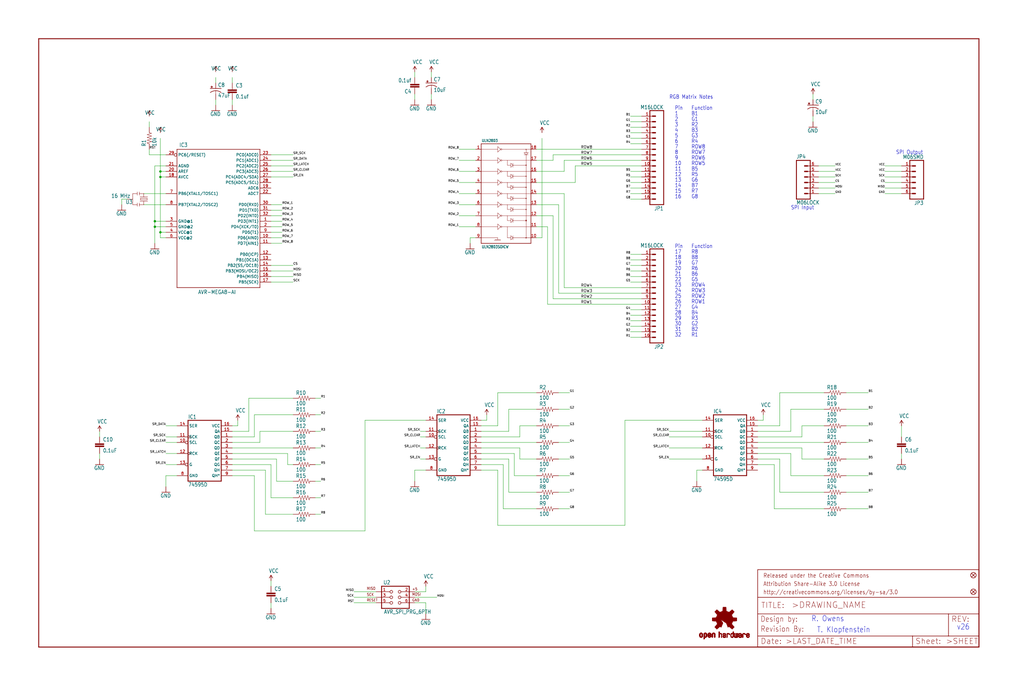
<source format=kicad_sch>
(kicad_sch (version 20211123) (generator eeschema)
  (paper "User" 470.306 317.906)
  (lib_symbols
    (symbol "eagleSchem-eagle-import:74595D"
      (property "Reference" "IC" (at -5.08 13.335 0))
      (property "Value" "74595D" (at -5.08 -17.78 0))
      (symbol "74595D_1_0"
        (pin tri_state line (at 15.24 5.08 180) (length 5.08) (name "QB") (number "1"))
        (pin input inverted (at -10.16 2.54 0) (length 5.08) (name "SCL") (number "10"))
        (pin input clock (at -10.16 5.08 0) (length 5.08) (name "SCK") (number "11"))
        (pin input clock (at -10.16 -2.54 0) (length 5.08) (name "RCK") (number "12"))
        (pin input inverted (at -10.16 -7.62 0) (length 5.08) (name "G") (number "13"))
        (pin input line (at -10.16 10.16 0) (length 5.08) (name "SER") (number "14"))
        (pin tri_state line (at 15.24 7.62 180) (length 5.08) (name "QA") (number "15"))
        (pin power_in line (at 15.24 10.16 180) (length 5.08) (name "VCC") (number "16"))
        (pin tri_state line (at 15.24 2.54 180) (length 5.08) (name "QC") (number "2"))
        (pin tri_state line (at 15.24 0 180) (length 5.08) (name "QD") (number "3"))
        (pin tri_state line (at 15.24 -2.54 180) (length 5.08) (name "QE") (number "4"))
        (pin tri_state line (at 15.24 -5.08 180) (length 5.08) (name "QF") (number "5"))
        (pin tri_state line (at 15.24 -7.62 180) (length 5.08) (name "QG") (number "6"))
        (pin tri_state line (at 15.24 -10.16 180) (length 5.08) (name "QH") (number "7"))
        (pin power_in line (at -10.16 -12.7 0) (length 5.08) (name "GND") (number "8"))
        (pin tri_state line (at 15.24 -12.7 180) (length 5.08) (name "QH*") (number "9"))
      )
    )
    (symbol "eagleSchem-eagle-import:AVR-MEGA8-AI"
      (property "Reference" "IC" (at -17.78 -40.64 0))
      (property "Value" "AVR-MEGA8-AI" (at -5.08 30.48 0))
      (symbol "AVR-MEGA8-AI_1_0"
        (pin bidirectional line (at 25.4 -5.08 180) (length 5.08) (name "PD3(INT1)") (number "1"))
        (pin bidirectional line (at 25.4 -12.7 180) (length 5.08) (name "PD6(AIN0)") (number "10"))
        (pin bidirectional line (at 25.4 -15.24 180) (length 5.08) (name "PD7(AIN1)") (number "11"))
        (pin bidirectional line (at 25.4 -20.32 180) (length 5.08) (name "PB0(ICP)") (number "12"))
        (pin bidirectional line (at 25.4 -22.86 180) (length 5.08) (name "PB1(OC1A)") (number "13"))
        (pin bidirectional line (at 25.4 -25.4 180) (length 5.08) (name "PB2(SS/OC1B)") (number "14"))
        (pin bidirectional line (at 25.4 -27.94 180) (length 5.08) (name "PB3(MOSI/OC2)") (number "15"))
        (pin bidirectional line (at 25.4 -30.48 180) (length 5.08) (name "PB4(MISO)") (number "16"))
        (pin bidirectional line (at 25.4 -33.02 180) (length 5.08) (name "PB5(SCK)") (number "17"))
        (pin bidirectional line (at -22.86 15.24 0) (length 5.08) (name "AVCC") (number "18"))
        (pin bidirectional line (at 25.4 10.16 180) (length 5.08) (name "ADC6") (number "19"))
        (pin bidirectional line (at 25.4 -7.62 180) (length 5.08) (name "PD4(XCK/T0)") (number "2"))
        (pin bidirectional line (at -22.86 17.78 0) (length 5.08) (name "AREF") (number "20"))
        (pin bidirectional line (at -22.86 20.32 0) (length 5.08) (name "AGND") (number "21"))
        (pin bidirectional line (at 25.4 7.62 180) (length 5.08) (name "ADC7") (number "22"))
        (pin bidirectional line (at 25.4 25.4 180) (length 5.08) (name "PC0(ADC0)") (number "23"))
        (pin bidirectional line (at 25.4 22.86 180) (length 5.08) (name "PC1(ADC1)") (number "24"))
        (pin bidirectional line (at 25.4 20.32 180) (length 5.08) (name "PC2(ADC2)") (number "25"))
        (pin bidirectional line (at 25.4 17.78 180) (length 5.08) (name "PC3(ADC3)") (number "26"))
        (pin bidirectional line (at 25.4 15.24 180) (length 5.08) (name "PC4(ADC4/SDA)") (number "27"))
        (pin bidirectional line (at 25.4 12.7 180) (length 5.08) (name "PC5(ADC5/SCL)") (number "28"))
        (pin bidirectional inverted (at -22.86 25.4 0) (length 5.08) (name "PC6(/RESET)") (number "29"))
        (pin bidirectional line (at -22.86 -5.08 0) (length 5.08) (name "GND@1") (number "3"))
        (pin bidirectional line (at 25.4 2.54 180) (length 5.08) (name "PD0(RXD)") (number "30"))
        (pin bidirectional line (at 25.4 0 180) (length 5.08) (name "PD1(TXD)") (number "31"))
        (pin bidirectional line (at 25.4 -2.54 180) (length 5.08) (name "PD2(INT0)") (number "32"))
        (pin bidirectional line (at -22.86 -10.16 0) (length 5.08) (name "VCC@1") (number "4"))
        (pin bidirectional line (at -22.86 -7.62 0) (length 5.08) (name "GND@2") (number "5"))
        (pin bidirectional line (at -22.86 -12.7 0) (length 5.08) (name "VCC@2") (number "6"))
        (pin bidirectional line (at -22.86 7.62 0) (length 5.08) (name "PB6(XTAL1/TOSC1)") (number "7"))
        (pin bidirectional line (at -22.86 2.54 0) (length 5.08) (name "PB7(XTAL2/TOSC2)") (number "8"))
        (pin bidirectional line (at 25.4 -10.16 180) (length 5.08) (name "PD5(T1)") (number "9"))
      )
    )
    (symbol "eagleSchem-eagle-import:AVR_SPI_PRG_6PTH"
      (property "Value" "AVR_SPI_PRG_6PTH" (at -4.064 -7.62 0))
      (symbol "AVR_SPI_PRG_6PTH_1_0"
        (text "+5" (at 8.89 3.048 0) (effects (font (size 1.27 1.0795)) (justify left bottom)))
        (text "GND" (at 8.89 -2.032 0) (effects (font (size 1.27 1.0795)) (justify left bottom)))
        (text "MISO" (at -11.938 3.302 0) (effects (font (size 1.27 1.0795)) (justify left bottom)))
        (text "MOSI" (at 8.89 0.635 0) (effects (font (size 1.27 1.0795)) (justify left bottom)))
        (text "RESET" (at -11.938 -2.032 0) (effects (font (size 1.27 1.0795)) (justify left bottom)))
        (text "SCK" (at -11.938 0.508 0) (effects (font (size 1.27 1.0795)) (justify left bottom)))
        (pin passive inverted (at -7.62 2.54 0) (length 7.62) (name "1") (number "1"))
        (pin passive inverted (at 10.16 2.54 180) (length 7.62) (name "2") (number "2"))
        (pin passive inverted (at -7.62 0 0) (length 7.62) (name "3") (number "3"))
        (pin passive inverted (at 10.16 0 180) (length 7.62) (name "4") (number "4"))
        (pin passive inverted (at -7.62 -2.54 0) (length 7.62) (name "5") (number "5"))
        (pin passive inverted (at 10.16 -2.54 180) (length 7.62) (name "6") (number "6"))
      )
    )
    (symbol "eagleSchem-eagle-import:CAP0603-CAP"
      (property "Reference" "C" (at 1.524 2.921 0))
      (property "Value" "CAP0603-CAP" (at 1.524 -2.159 0))
      (symbol "CAP0603-CAP_1_0"
        (pin passive line (at 0 5.08 270) (length 2.54) (name "1") (number "1"))
        (pin passive line (at 0 -2.54 90) (length 2.54) (name "2") (number "2"))
      )
    )
    (symbol "eagleSchem-eagle-import:CAP_POL1206"
      (property "Reference" "C" (at 1.016 0.635 0))
      (property "Value" "CAP_POL1206" (at 1.016 -4.191 0))
      (symbol "CAP_POL1206_1_0"
        (pin passive line (at 0 2.54 270) (length 2.54) (name "+") (number "A"))
        (pin passive line (at 0 -5.08 90) (length 2.54) (name "-") (number "C"))
      )
    )
    (symbol "eagleSchem-eagle-import:CAP_POL3528"
      (property "Reference" "C" (at 1.016 0.635 0))
      (property "Value" "CAP_POL3528" (at 1.016 -4.191 0))
      (symbol "CAP_POL3528_1_0"
        (pin passive line (at 0 2.54 270) (length 2.54) (name "+") (number "A"))
        (pin passive line (at 0 -5.08 90) (length 2.54) (name "-") (number "C"))
      )
    )
    (symbol "eagleSchem-eagle-import:FIDUCIAL1X2")
    (symbol "eagleSchem-eagle-import:FRAME-LEDGER"
      (symbol "FRAME-LEDGER_2_0"
        (text ">DRAWING_NAME" (at 15.494 17.78 0) (effects (font (size 2.7432 2.7432)) (justify left bottom)))
        (text ">LAST_DATE_TIME" (at 12.7 1.27 0) (effects (font (size 2.54 2.54)) (justify left bottom)))
        (text ">SHEET" (at 86.36 1.27 0) (effects (font (size 2.54 2.54)) (justify left bottom)))
        (text "Attribution Share-Alike 3.0 License" (at 2.54 27.94 0) (effects (font (size 1.9304 1.6408)) (justify left bottom)))
        (text "Date:" (at 1.27 1.27 0) (effects (font (size 2.54 2.54)) (justify left bottom)))
        (text "Design by:" (at 1.27 11.43 0) (effects (font (size 2.54 2.159)) (justify left bottom)))
        (text "http://creativecommons.org/licenses/by-sa/3.0" (at 2.54 24.13 0) (effects (font (size 1.9304 1.6408)) (justify left bottom)))
        (text "Released under the Creative Commons" (at 2.54 31.75 0) (effects (font (size 1.9304 1.6408)) (justify left bottom)))
        (text "REV:" (at 88.9 11.43 0) (effects (font (size 2.54 2.54)) (justify left bottom)))
        (text "Sheet:" (at 72.39 1.27 0) (effects (font (size 2.54 2.54)) (justify left bottom)))
        (text "TITLE:" (at 1.524 17.78 0) (effects (font (size 2.54 2.54)) (justify left bottom)))
      )
    )
    (symbol "eagleSchem-eagle-import:GND" (power)
      (property "Value" "GND" (at -2.54 -2.54 0))
      (symbol "GND_1_0"
        (pin power_in line (at 0 2.54 270) (length 2.54) (name "GND") (number "1"))
      )
    )
    (symbol "eagleSchem-eagle-import:M06LOCK"
      (property "Reference" "JP" (at -5.08 10.922 0))
      (property "Value" "M06LOCK" (at -5.08 -10.16 0))
      (symbol "M06LOCK_1_0"
        (pin passive line (at 5.08 -5.08 180) (length 5.08) (name "1") (number "1"))
        (pin passive line (at 5.08 -2.54 180) (length 5.08) (name "2") (number "2"))
        (pin passive line (at 5.08 0 180) (length 5.08) (name "3") (number "3"))
        (pin passive line (at 5.08 2.54 180) (length 5.08) (name "4") (number "4"))
        (pin passive line (at 5.08 5.08 180) (length 5.08) (name "5") (number "5"))
        (pin passive line (at 5.08 7.62 180) (length 5.08) (name "6") (number "6"))
      )
    )
    (symbol "eagleSchem-eagle-import:M06SMD"
      (property "Reference" "JP" (at -5.08 10.922 0))
      (property "Value" "M06SMD" (at -5.08 -10.16 0))
      (symbol "M06SMD_1_0"
        (pin passive line (at 5.08 -5.08 180) (length 5.08) (name "1") (number "1"))
        (pin passive line (at 5.08 -2.54 180) (length 5.08) (name "2") (number "2"))
        (pin passive line (at 5.08 0 180) (length 5.08) (name "3") (number "3"))
        (pin passive line (at 5.08 2.54 180) (length 5.08) (name "4") (number "4"))
        (pin passive line (at 5.08 5.08 180) (length 5.08) (name "5") (number "5"))
        (pin passive line (at 5.08 7.62 180) (length 5.08) (name "6") (number "6"))
      )
    )
    (symbol "eagleSchem-eagle-import:M16LOCK"
      (property "Reference" "JP" (at 0 21.082 0))
      (property "Value" "M16LOCK" (at 0 -25.4 0))
      (symbol "M16LOCK_1_0"
        (pin passive line (at 10.16 -20.32 180) (length 5.08) (name "1") (number "1"))
        (pin passive line (at 10.16 2.54 180) (length 5.08) (name "10") (number "10"))
        (pin passive line (at 10.16 5.08 180) (length 5.08) (name "11") (number "11"))
        (pin passive line (at 10.16 7.62 180) (length 5.08) (name "12") (number "12"))
        (pin passive line (at 10.16 10.16 180) (length 5.08) (name "13") (number "13"))
        (pin passive line (at 10.16 12.7 180) (length 5.08) (name "14") (number "14"))
        (pin passive line (at 10.16 15.24 180) (length 5.08) (name "15") (number "15"))
        (pin passive line (at 10.16 17.78 180) (length 5.08) (name "16") (number "16"))
        (pin passive line (at 10.16 -17.78 180) (length 5.08) (name "2") (number "2"))
        (pin passive line (at 10.16 -15.24 180) (length 5.08) (name "3") (number "3"))
        (pin passive line (at 10.16 -12.7 180) (length 5.08) (name "4") (number "4"))
        (pin passive line (at 10.16 -10.16 180) (length 5.08) (name "5") (number "5"))
        (pin passive line (at 10.16 -7.62 180) (length 5.08) (name "6") (number "6"))
        (pin passive line (at 10.16 -5.08 180) (length 5.08) (name "7") (number "7"))
        (pin passive line (at 10.16 -2.54 180) (length 5.08) (name "8") (number "8"))
        (pin passive line (at 10.16 0 180) (length 5.08) (name "9") (number "9"))
      )
    )
    (symbol "eagleSchem-eagle-import:OSHW-LOGOL")
    (symbol "eagleSchem-eagle-import:RESISTOR0603-RES"
      (property "Reference" "R" (at -3.81 1.4986 0))
      (property "Value" "RESISTOR0603-RES" (at -3.81 -3.302 0))
      (symbol "RESISTOR0603-RES_1_0"
        (pin passive line (at -5.08 0 0) (length 2.54) (name "1") (number "1"))
        (pin passive line (at 5.08 0 180) (length 2.54) (name "2") (number "2"))
      )
    )
    (symbol "eagleSchem-eagle-import:RESONATORSMD"
      (property "Value" "RESONATORSMD" (at 2.54 -7.62 0))
      (symbol "RESONATORSMD_1_0"
        (pin passive line (at -2.54 0 0) (length 0) (name "1") (number "1"))
        (pin passive line (at 0 -7.62 90) (length 0) (name "2") (number "2"))
        (pin passive line (at 2.54 0 180) (length 0) (name "3") (number "3"))
      )
    )
    (symbol "eagleSchem-eagle-import:REVISION"
      (symbol "REVISION_1_0"
        (text "Revision By: " (at 0 0 0) (effects (font (size 2.54 2.159)) (justify left bottom)))
      )
    )
    (symbol "eagleSchem-eagle-import:ULN2803SOICW"
      (property "Reference" "ULN2803" (at -9.906 21.082 0))
      (property "Value" "ULN2803SOICW" (at -9.906 -27.686 0))
      (symbol "ULN2803SOICW_1_0"
        (pin bidirectional line (at -12.7 17.78 0) (length 2.54) (name "1") (number "1"))
        (pin bidirectional line (at 15.24 -22.86 180) (length 2.54) (name "10") (number "10"))
        (pin bidirectional line (at 15.24 -17.78 180) (length 2.54) (name "11") (number "11"))
        (pin bidirectional line (at 15.24 -12.7 180) (length 2.54) (name "12") (number "12"))
        (pin bidirectional line (at 15.24 -7.62 180) (length 2.54) (name "13") (number "13"))
        (pin bidirectional line (at 15.24 -2.54 180) (length 2.54) (name "14") (number "14"))
        (pin bidirectional line (at 15.24 2.54 180) (length 2.54) (name "15") (number "15"))
        (pin bidirectional line (at 15.24 7.62 180) (length 2.54) (name "16") (number "16"))
        (pin bidirectional line (at 15.24 12.7 180) (length 2.54) (name "17") (number "17"))
        (pin bidirectional line (at 15.24 17.78 180) (length 2.54) (name "18") (number "18"))
        (pin bidirectional line (at -12.7 12.7 0) (length 2.54) (name "2") (number "2"))
        (pin bidirectional line (at -12.7 7.62 0) (length 2.54) (name "3") (number "3"))
        (pin bidirectional line (at -12.7 2.54 0) (length 2.54) (name "4") (number "4"))
        (pin bidirectional line (at -12.7 -2.54 0) (length 2.54) (name "5") (number "5"))
        (pin bidirectional line (at -12.7 -7.62 0) (length 2.54) (name "6") (number "6"))
        (pin bidirectional line (at -12.7 -12.7 0) (length 2.54) (name "7") (number "7"))
        (pin bidirectional line (at -12.7 -17.78 0) (length 2.54) (name "8") (number "8"))
        (pin bidirectional line (at -12.7 -22.86 0) (length 2.54) (name "9") (number "9"))
      )
    )
    (symbol "eagleSchem-eagle-import:VCC" (power)
      (property "Value" "VCC" (at -1.016 3.556 0))
      (symbol "VCC_1_0"
        (pin power_in line (at 0 0 90) (length 2.54) (name "VCC") (number "1"))
      )
    )
  )
  (junction (at 73.66 81.28))
  (junction (at 73.66 106.68))
  (junction (at 71.12 104.14))
  (junction (at 73.66 78.74))
  (junction (at 71.12 101.6))
  (wire (pts (xy 198.12 45.72) (xy 198.12 43.18)))
  (wire (pts (xy 220.98 215.9) (xy 228.6 215.9)))
  (wire (pts (xy 195.58 205.74) (xy 193.04 205.74)))
  (wire (pts (xy 121.92 215.9) (xy 121.92 236.22)))
  (wire (pts (xy 76.2 76.2) (xy 71.12 76.2)))
  (wire (pts (xy 378.46 203.2) (xy 347.98 203.2)))
  (wire (pts (xy 378.46 233.68) (xy 355.6 233.68)))
  (wire (pts (xy 73.66 109.22) (xy 73.66 106.68)))
  (wire (pts (xy 76.2 78.74) (xy 73.66 78.74)))
  (wire (pts (xy 294.64 81.28) (xy 289.56 81.28)))
  (wire (pts (xy 172.72 276.86) (xy 162.56 276.86)))
  (wire (pts (xy 238.76 210.82) (xy 246.38 210.82)))
  (wire (pts (xy 218.44 83.82) (xy 210.82 83.82)))
  (wire (pts (xy 124.46 73.66) (xy 134.62 73.66)))
  (wire (pts (xy 71.12 76.2) (xy 71.12 101.6)))
  (wire (pts (xy 116.84 243.84) (xy 167.64 243.84)))
  (wire (pts (xy 124.46 93.98) (xy 129.54 93.98)))
  (wire (pts (xy 358.14 210.82) (xy 347.98 210.82)))
  (wire (pts (xy 294.64 91.44) (xy 289.56 91.44)))
  (wire (pts (xy 228.6 215.9) (xy 228.6 241.3)))
  (wire (pts (xy 220.98 208.28) (xy 236.22 208.28)))
  (wire (pts (xy 294.64 119.38) (xy 289.56 119.38)))
  (wire (pts (xy 246.38 73.66) (xy 254 73.66)))
  (wire (pts (xy 378.46 218.44) (xy 363.22 218.44)))
  (wire (pts (xy 358.14 195.58) (xy 347.98 195.58)))
  (wire (pts (xy 256.54 93.98) (xy 256.54 134.62)))
  (wire (pts (xy 76.2 218.44) (xy 81.28 218.44)))
  (wire (pts (xy 322.58 205.74) (xy 307.34 205.74)))
  (wire (pts (xy 195.58 200.66) (xy 193.04 200.66)))
  (wire (pts (xy 256.54 180.34) (xy 261.62 180.34)))
  (wire (pts (xy 294.64 68.58) (xy 246.38 68.58)))
  (wire (pts (xy 259.08 132.08) (xy 294.64 132.08)))
  (wire (pts (xy 320.04 220.98) (xy 320.04 215.9)))
  (wire (pts (xy 124.46 111.76) (xy 129.54 111.76)))
  (wire (pts (xy 81.28 200.66) (xy 76.2 200.66)))
  (wire (pts (xy 256.54 195.58) (xy 261.62 195.58)))
  (wire (pts (xy 109.22 195.58) (xy 106.68 195.58)))
  (wire (pts (xy 76.2 88.9) (xy 66.04 88.9)))
  (wire (pts (xy 190.5 220.98) (xy 190.5 215.9)))
  (wire (pts (xy 287.02 193.04) (xy 322.58 193.04)))
  (wire (pts (xy 375.92 83.82) (xy 383.54 83.82)))
  (wire (pts (xy 99.06 35.56) (xy 99.06 38.1)))
  (wire (pts (xy 190.5 45.72) (xy 190.5 43.18)))
  (wire (pts (xy 106.68 203.2) (xy 119.38 203.2)))
  (wire (pts (xy 144.78 182.88) (xy 147.32 182.88)))
  (wire (pts (xy 119.38 198.12) (xy 134.62 198.12)))
  (wire (pts (xy 238.76 205.74) (xy 238.76 210.82)))
  (wire (pts (xy 414.02 88.9) (xy 406.4 88.9)))
  (wire (pts (xy 76.2 81.28) (xy 73.66 81.28)))
  (wire (pts (xy 124.46 266.7) (xy 124.46 269.24)))
  (wire (pts (xy 375.92 81.28) (xy 383.54 81.28)))
  (wire (pts (xy 124.46 71.12) (xy 134.62 71.12)))
  (wire (pts (xy 254 137.16) (xy 294.64 137.16)))
  (wire (pts (xy 259.08 73.66) (xy 259.08 78.74)))
  (wire (pts (xy 388.62 226.06) (xy 398.78 226.06)))
  (wire (pts (xy 264.16 83.82) (xy 264.16 76.2)))
  (wire (pts (xy 106.68 208.28) (xy 132.08 208.28)))
  (wire (pts (xy 256.54 187.96) (xy 261.62 187.96)))
  (wire (pts (xy 218.44 73.66) (xy 210.82 73.66)))
  (wire (pts (xy 414.02 78.74) (xy 406.4 78.74)))
  (wire (pts (xy 218.44 78.74) (xy 210.82 78.74)))
  (wire (pts (xy 246.38 88.9) (xy 259.08 88.9)))
  (wire (pts (xy 414.02 195.58) (xy 414.02 200.66)))
  (wire (pts (xy 76.2 101.6) (xy 71.12 101.6)))
  (wire (pts (xy 220.98 210.82) (xy 233.68 210.82)))
  (wire (pts (xy 322.58 210.82) (xy 307.34 210.82)))
  (wire (pts (xy 124.46 213.36) (xy 124.46 228.6)))
  (wire (pts (xy 114.3 182.88) (xy 134.62 182.88)))
  (wire (pts (xy 223.52 190.5) (xy 223.52 193.04)))
  (wire (pts (xy 355.6 233.68) (xy 355.6 213.36)))
  (wire (pts (xy 116.84 190.5) (xy 134.62 190.5)))
  (wire (pts (xy 144.78 220.98) (xy 147.32 220.98)))
  (wire (pts (xy 320.04 215.9) (xy 322.58 215.9)))
  (wire (pts (xy 233.68 187.96) (xy 246.38 187.96)))
  (wire (pts (xy 71.12 104.14) (xy 71.12 111.76)))
  (wire (pts (xy 375.92 86.36) (xy 383.54 86.36)))
  (wire (pts (xy 144.78 205.74) (xy 147.32 205.74)))
  (wire (pts (xy 81.28 213.36) (xy 76.2 213.36)))
  (wire (pts (xy 368.3 195.58) (xy 368.3 200.66)))
  (wire (pts (xy 388.62 180.34) (xy 398.78 180.34)))
  (wire (pts (xy 190.5 276.86) (xy 195.58 276.86)))
  (wire (pts (xy 294.64 60.96) (xy 289.56 60.96)))
  (wire (pts (xy 388.62 187.96) (xy 398.78 187.96)))
  (wire (pts (xy 294.64 73.66) (xy 259.08 73.66)))
  (wire (pts (xy 162.56 271.78) (xy 172.72 271.78)))
  (wire (pts (xy 172.72 274.32) (xy 162.56 274.32)))
  (wire (pts (xy 124.46 228.6) (xy 134.62 228.6)))
  (wire (pts (xy 220.98 205.74) (xy 238.76 205.74)))
  (wire (pts (xy 106.68 213.36) (xy 124.46 213.36)))
  (wire (pts (xy 124.46 279.4) (xy 124.46 276.86)))
  (wire (pts (xy 167.64 193.04) (xy 195.58 193.04)))
  (wire (pts (xy 220.98 195.58) (xy 228.6 195.58)))
  (wire (pts (xy 294.64 66.04) (xy 289.56 66.04)))
  (wire (pts (xy 231.14 213.36) (xy 231.14 233.68)))
  (wire (pts (xy 124.46 76.2) (xy 134.62 76.2)))
  (wire (pts (xy 248.92 109.22) (xy 248.92 63.5)))
  (wire (pts (xy 99.06 45.72) (xy 99.06 48.26)))
  (wire (pts (xy 363.22 208.28) (xy 347.98 208.28)))
  (wire (pts (xy 218.44 88.9) (xy 210.82 88.9)))
  (wire (pts (xy 76.2 93.98) (xy 66.04 93.98)))
  (wire (pts (xy 294.64 76.2) (xy 264.16 76.2)))
  (wire (pts (xy 81.28 208.28) (xy 76.2 208.28)))
  (wire (pts (xy 254 99.06) (xy 254 137.16)))
  (wire (pts (xy 363.22 198.12) (xy 347.98 198.12)))
  (wire (pts (xy 373.38 45.72) (xy 373.38 43.18)))
  (wire (pts (xy 223.52 193.04) (xy 220.98 193.04)))
  (wire (pts (xy 124.46 104.14) (xy 129.54 104.14)))
  (wire (pts (xy 294.64 86.36) (xy 289.56 86.36)))
  (wire (pts (xy 363.22 187.96) (xy 363.22 198.12)))
  (wire (pts (xy 106.68 45.72) (xy 106.68 48.26)))
  (wire (pts (xy 200.66 274.32) (xy 190.5 274.32)))
  (wire (pts (xy 414.02 81.28) (xy 406.4 81.28)))
  (wire (pts (xy 124.46 129.54) (xy 134.62 129.54)))
  (wire (pts (xy 251.46 104.14) (xy 251.46 139.7)))
  (wire (pts (xy 294.64 124.46) (xy 289.56 124.46)))
  (wire (pts (xy 116.84 218.44) (xy 116.84 243.84)))
  (wire (pts (xy 294.64 144.78) (xy 289.56 144.78)))
  (wire (pts (xy 236.22 218.44) (xy 246.38 218.44)))
  (wire (pts (xy 218.44 68.58) (xy 210.82 68.58)))
  (wire (pts (xy 414.02 76.2) (xy 406.4 76.2)))
  (wire (pts (xy 388.62 233.68) (xy 398.78 233.68)))
  (wire (pts (xy 71.12 101.6) (xy 71.12 104.14)))
  (wire (pts (xy 256.54 218.44) (xy 261.62 218.44)))
  (wire (pts (xy 106.68 198.12) (xy 114.3 198.12)))
  (wire (pts (xy 195.58 271.78) (xy 190.5 271.78)))
  (wire (pts (xy 373.38 53.34) (xy 373.38 55.88)))
  (wire (pts (xy 378.46 210.82) (xy 368.3 210.82)))
  (wire (pts (xy 294.64 78.74) (xy 289.56 78.74)))
  (wire (pts (xy 294.64 149.86) (xy 289.56 149.86)))
  (wire (pts (xy 233.68 210.82) (xy 233.68 226.06)))
  (wire (pts (xy 76.2 109.22) (xy 73.66 109.22)))
  (wire (pts (xy 294.64 58.42) (xy 289.56 58.42)))
  (wire (pts (xy 119.38 203.2) (xy 119.38 198.12)))
  (wire (pts (xy 73.66 106.68) (xy 73.66 81.28)))
  (wire (pts (xy 68.58 71.12) (xy 76.2 71.12)))
  (wire (pts (xy 106.68 205.74) (xy 134.62 205.74)))
  (wire (pts (xy 124.46 96.52) (xy 129.54 96.52)))
  (wire (pts (xy 378.46 226.06) (xy 358.14 226.06)))
  (wire (pts (xy 144.78 213.36) (xy 147.32 213.36)))
  (wire (pts (xy 144.78 190.5) (xy 147.32 190.5)))
  (wire (pts (xy 116.84 200.66) (xy 116.84 190.5)))
  (wire (pts (xy 246.38 99.06) (xy 254 99.06)))
  (wire (pts (xy 256.54 226.06) (xy 261.62 226.06)))
  (wire (pts (xy 388.62 203.2) (xy 398.78 203.2)))
  (wire (pts (xy 322.58 200.66) (xy 307.34 200.66)))
  (wire (pts (xy 76.2 104.14) (xy 71.12 104.14)))
  (wire (pts (xy 358.14 180.34) (xy 358.14 195.58)))
  (wire (pts (xy 124.46 121.92) (xy 134.62 121.92)))
  (wire (pts (xy 375.92 78.74) (xy 383.54 78.74)))
  (wire (pts (xy 144.78 236.22) (xy 147.32 236.22)))
  (wire (pts (xy 167.64 243.84) (xy 167.64 193.04)))
  (wire (pts (xy 132.08 213.36) (xy 134.62 213.36)))
  (wire (pts (xy 195.58 276.86) (xy 195.58 281.94)))
  (wire (pts (xy 195.58 210.82) (xy 193.04 210.82)))
  (wire (pts (xy 236.22 208.28) (xy 236.22 218.44)))
  (wire (pts (xy 355.6 213.36) (xy 347.98 213.36)))
  (wire (pts (xy 294.64 88.9) (xy 289.56 88.9)))
  (wire (pts (xy 238.76 200.66) (xy 238.76 195.58)))
  (wire (pts (xy 45.72 210.82) (xy 45.72 208.28)))
  (wire (pts (xy 238.76 195.58) (xy 246.38 195.58)))
  (wire (pts (xy 294.64 152.4) (xy 289.56 152.4)))
  (wire (pts (xy 259.08 88.9) (xy 259.08 132.08)))
  (wire (pts (xy 109.22 193.04) (xy 109.22 195.58)))
  (wire (pts (xy 68.58 55.88) (xy 68.58 58.42)))
  (wire (pts (xy 45.72 198.12) (xy 45.72 200.66)))
  (wire (pts (xy 254 71.12) (xy 294.64 71.12)))
  (wire (pts (xy 68.58 68.58) (xy 68.58 71.12)))
  (wire (pts (xy 388.62 195.58) (xy 398.78 195.58)))
  (wire (pts (xy 358.14 226.06) (xy 358.14 210.82)))
  (wire (pts (xy 375.92 76.2) (xy 383.54 76.2)))
  (wire (pts (xy 350.52 190.5) (xy 350.52 193.04)))
  (wire (pts (xy 368.3 200.66) (xy 347.98 200.66)))
  (wire (pts (xy 246.38 109.22) (xy 248.92 109.22)))
  (wire (pts (xy 228.6 195.58) (xy 228.6 180.34)))
  (wire (pts (xy 388.62 218.44) (xy 398.78 218.44)))
  (wire (pts (xy 218.44 99.06) (xy 210.82 99.06)))
  (wire (pts (xy 195.58 271.78) (xy 195.58 269.24)))
  (wire (pts (xy 132.08 208.28) (xy 132.08 213.36)))
  (wire (pts (xy 215.9 109.22) (xy 215.9 111.76)))
  (wire (pts (xy 256.54 203.2) (xy 261.62 203.2)))
  (wire (pts (xy 231.14 233.68) (xy 246.38 233.68)))
  (wire (pts (xy 106.68 215.9) (xy 121.92 215.9)))
  (wire (pts (xy 375.92 88.9) (xy 383.54 88.9)))
  (wire (pts (xy 106.68 218.44) (xy 116.84 218.44)))
  (wire (pts (xy 220.98 203.2) (xy 246.38 203.2)))
  (wire (pts (xy 363.22 218.44) (xy 363.22 208.28)))
  (wire (pts (xy 414.02 210.82) (xy 414.02 208.28)))
  (wire (pts (xy 294.64 116.84) (xy 289.56 116.84)))
  (wire (pts (xy 195.58 198.12) (xy 193.04 198.12)))
  (wire (pts (xy 190.5 215.9) (xy 195.58 215.9)))
  (wire (pts (xy 124.46 81.28) (xy 134.62 81.28)))
  (wire (pts (xy 378.46 195.58) (xy 368.3 195.58)))
  (wire (pts (xy 294.64 127) (xy 289.56 127)))
  (wire (pts (xy 220.98 198.12) (xy 233.68 198.12)))
  (wire (pts (xy 294.64 129.54) (xy 289.56 129.54)))
  (wire (pts (xy 106.68 210.82) (xy 127 210.82)))
  (wire (pts (xy 414.02 83.82) (xy 406.4 83.82)))
  (wire (pts (xy 368.3 210.82) (xy 368.3 205.74)))
  (wire (pts (xy 294.64 53.34) (xy 289.56 53.34)))
  (wire (pts (xy 259.08 78.74) (xy 246.38 78.74)))
  (wire (pts (xy 81.28 203.2) (xy 76.2 203.2)))
  (wire (pts (xy 322.58 198.12) (xy 307.34 198.12)))
  (wire (pts (xy 228.6 180.34) (xy 246.38 180.34)))
  (wire (pts (xy 218.44 93.98) (xy 210.82 93.98)))
  (wire (pts (xy 251.46 139.7) (xy 294.64 139.7)))
  (wire (pts (xy 256.54 134.62) (xy 294.64 134.62)))
  (wire (pts (xy 294.64 83.82) (xy 289.56 83.82)))
  (wire (pts (xy 350.52 193.04) (xy 347.98 193.04)))
  (wire (pts (xy 124.46 127) (xy 134.62 127)))
  (wire (pts (xy 246.38 93.98) (xy 256.54 93.98)))
  (wire (pts (xy 378.46 180.34) (xy 358.14 180.34)))
  (wire (pts (xy 76.2 106.68) (xy 73.66 106.68)))
  (wire (pts (xy 256.54 233.68) (xy 261.62 233.68)))
  (wire (pts (xy 246.38 104.14) (xy 251.46 104.14)))
  (wire (pts (xy 127 210.82) (xy 127 220.98)))
  (wire (pts (xy 144.78 198.12) (xy 147.32 198.12)))
  (wire (pts (xy 294.64 147.32) (xy 289.56 147.32)))
  (wire (pts (xy 294.64 63.5) (xy 289.56 63.5)))
  (wire (pts (xy 124.46 101.6) (xy 129.54 101.6)))
  (wire (pts (xy 106.68 35.56) (xy 106.68 38.1)))
  (wire (pts (xy 73.66 78.74) (xy 73.66 63.5)))
  (wire (pts (xy 294.64 121.92) (xy 289.56 121.92)))
  (wire (pts (xy 368.3 205.74) (xy 347.98 205.74)))
  (wire (pts (xy 233.68 198.12) (xy 233.68 187.96)))
  (wire (pts (xy 294.64 142.24) (xy 289.56 142.24)))
  (wire (pts (xy 378.46 187.96) (xy 363.22 187.96)))
  (wire (pts (xy 218.44 109.22) (xy 215.9 109.22)))
  (wire (pts (xy 287.02 241.3) (xy 287.02 193.04)))
  (wire (pts (xy 124.46 106.68) (xy 129.54 106.68)))
  (wire (pts (xy 254 73.66) (xy 254 71.12)))
  (wire (pts (xy 124.46 109.22) (xy 129.54 109.22)))
  (wire (pts (xy 144.78 228.6) (xy 147.32 228.6)))
  (wire (pts (xy 81.28 195.58) (xy 76.2 195.58)))
  (wire (pts (xy 233.68 226.06) (xy 246.38 226.06)))
  (wire (pts (xy 246.38 83.82) (xy 264.16 83.82)))
  (wire (pts (xy 294.64 154.94) (xy 289.56 154.94)))
  (wire (pts (xy 124.46 124.46) (xy 134.62 124.46)))
  (wire (pts (xy 124.46 78.74) (xy 134.62 78.74)))
  (wire (pts (xy 228.6 241.3) (xy 287.02 241.3)))
  (wire (pts (xy 220.98 200.66) (xy 238.76 200.66)))
  (wire (pts (xy 190.5 33.02) (xy 190.5 35.56)))
  (wire (pts (xy 220.98 213.36) (xy 231.14 213.36)))
  (wire (pts (xy 388.62 210.82) (xy 398.78 210.82)))
  (wire (pts (xy 256.54 210.82) (xy 261.62 210.82)))
  (wire (pts (xy 218.44 104.14) (xy 210.82 104.14)))
  (wire (pts (xy 414.02 86.36) (xy 406.4 86.36)))
  (wire (pts (xy 114.3 198.12) (xy 114.3 182.88)))
  (wire (pts (xy 58.42 91.44) (xy 55.88 91.44)))
  (wire (pts (xy 55.88 91.44) (xy 55.88 93.98)))
  (wire (pts (xy 121.92 236.22) (xy 134.62 236.22)))
  (wire (pts (xy 76.2 223.52) (xy 76.2 218.44)))
  (wire (pts (xy 73.66 81.28) (xy 73.66 78.74)))
  (wire (pts (xy 198.12 33.02) (xy 198.12 35.56)))
  (wire (pts (xy 124.46 99.06) (xy 129.54 99.06)))
  (wire (pts (xy 127 220.98) (xy 134.62 220.98)))
  (wire (pts (xy 106.68 200.66) (xy 116.84 200.66)))
  (wire (pts (xy 294.64 55.88) (xy 289.56 55.88)))
  (text "R2" (at 317.5 58.42 180) (effects (font (size 1.778 1.5113)) (justify left bottom)))
  (text "9" (at 309.88 73.66 180) (effects (font (size 1.778 1.5113)) (justify left bottom)))
  (text "G2" (at 317.5 149.86 180) (effects (font (size 1.778 1.5113)) (justify left bottom)))
  (text "25" (at 309.88 137.16 180) (effects (font (size 1.778 1.5113)) (justify left bottom)))
  (text "28" (at 309.88 144.78 180) (effects (font (size 1.778 1.5113)) (justify left bottom)))
  (text "31" (at 309.88 152.4 180) (effects (font (size 1.778 1.5113)) (justify left bottom)))
  (text "R3" (at 317.5 147.32 180) (effects (font (size 1.778 1.5113)) (justify left bottom)))
  (text "R4" (at 317.5 66.04 180) (effects (font (size 1.778 1.5113)) (justify left bottom)))
  (text "32" (at 309.88 154.94 180) (effects (font (size 1.778 1.5113)) (justify left bottom)))
  (text "T. Klopfenstein" (at 375.158 290.83 180) (effects (font (size 2.54 2.159)) (justify left bottom)))
  (text "B6" (at 317.5 127 180) (effects (font (size 1.778 1.5113)) (justify left bottom)))
  (text "ROW5" (at 317.5 76.2 180) (effects (font (size 1.778 1.5113)) (justify left bottom)))
  (text "1" (at 309.88 53.34 180) (effects (font (size 1.778 1.5113)) (justify left bottom)))
  (text "20" (at 309.88 124.46 180) (effects (font (size 1.778 1.5113)) (justify left bottom)))
  (text "15" (at 309.88 88.9 180) (effects (font (size 1.778 1.5113)) (justify left bottom)))
  (text "7" (at 309.88 68.58 180) (effects (font (size 1.778 1.5113)) (justify left bottom)))
  (text "6" (at 309.88 66.04 180) (effects (font (size 1.778 1.5113)) (justify left bottom)))
  (text "v26" (at 439.42 289.56 180) (effects (font (size 2.54 2.159)) (justify left bottom)))
  (text "ROW8" (at 317.5 68.58 180) (effects (font (size 1.778 1.5113)) (justify left bottom)))
  (text "19" (at 309.88 121.92 180) (effects (font (size 1.778 1.5113)) (justify left bottom)))
  (text "Function" (at 317.5 114.3 180) (effects (font (size 1.778 1.5113)) (justify left bottom)))
  (text "17" (at 309.88 116.84 180) (effects (font (size 1.778 1.5113)) (justify left bottom)))
  (text "SPI Output" (at 411.48 71.12 180) (effects (font (size 1.778 1.5113)) (justify left bottom)))
  (text "B3" (at 317.5 60.96 180) (effects (font (size 1.778 1.5113)) (justify left bottom)))
  (text "B7" (at 317.5 86.36 180) (effects (font (size 1.778 1.5113)) (justify left bottom)))
  (text "21" (at 309.88 127 180) (effects (font (size 1.778 1.5113)) (justify left bottom)))
  (text "3" (at 309.88 58.42 180) (effects (font (size 1.778 1.5113)) (justify left bottom)))
  (text "2" (at 309.88 55.88 180) (effects (font (size 1.778 1.5113)) (justify left bottom)))
  (text "ROW6" (at 317.5 73.66 180) (effects (font (size 1.778 1.5113)) (justify left bottom)))
  (text "R6" (at 317.5 124.46 180) (effects (font (size 1.778 1.5113)) (justify left bottom)))
  (text "4" (at 309.88 60.96 180) (effects (font (size 1.778 1.5113)) (justify left bottom)))
  (text "ROW3" (at 317.5 134.62 180) (effects (font (size 1.778 1.5113)) (justify left bottom)))
  (text "G1" (at 317.5 55.88 180) (effects (font (size 1.778 1.5113)) (justify left bottom)))
  (text "11" (at 309.88 78.74 180) (effects (font (size 1.778 1.5113)) (justify left bottom)))
  (text "29" (at 309.88 147.32 180) (effects (font (size 1.778 1.5113)) (justify left bottom)))
  (text "16" (at 309.88 91.44 180) (effects (font (size 1.778 1.5113)) (justify left bottom)))
  (text "26" (at 309.88 139.7 180) (effects (font (size 1.778 1.5113)) (justify left bottom)))
  (text "R1" (at 317.5 154.94 180) (effects (font (size 1.778 1.5113)) (justify left bottom)))
  (text "23" (at 309.88 132.08 180) (effects (font (size 1.778 1.5113)) (justify left bottom)))
  (text "G5" (at 317.5 129.54 180) (effects (font (size 1.778 1.5113)) (justify left bottom)))
  (text "14" (at 309.88 86.36 180) (effects (font (size 1.778 1.5113)) (justify left bottom)))
  (text "R5" (at 317.5 81.28 180) (effects (font (size 1.778 1.5113)) (justify left bottom)))
  (text "ROW1" (at 317.5 139.7 180) (effects (font (size 1.778 1.5113)) (justify left bottom)))
  (text "13" (at 309.88 83.82 180) (effects (font (size 1.778 1.5113)) (justify left bottom)))
  (text "G3" (at 317.5 63.5 180) (effects (font (size 1.778 1.5113)) (justify left bottom)))
  (text "ROW4" (at 317.5 132.08 180) (effects (font (size 1.778 1.5113)) (justify left bottom)))
  (text "R. Owens" (at 372.618 285.75 180) (effects (font (size 2.54 2.159)) (justify left bottom)))
  (text "R7" (at 317.5 88.9 180) (effects (font (size 1.778 1.5113)) (justify left bottom)))
  (text "G8" (at 317.5 91.44 180) (effects (font (size 1.778 1.5113)) (justify left bottom)))
  (text "B4" (at 317.5 144.78 180) (effects (font (size 1.778 1.5113)) (justify left bottom)))
  (text "24" (at 309.88 134.62 180) (effects (font (size 1.778 1.5113)) (justify left bottom)))
  (text "B1" (at 317.5 53.34 180) (effects (font (size 1.778 1.5113)) (justify left bottom)))
  (text "B8" (at 317.5 119.38 180) (effects (font (size 1.778 1.5113)) (justify left bottom)))
  (text "Function" (at 317.5 50.8 180) (effects (font (size 1.778 1.5113)) (justify left bottom)))
  (text "RGB Matrix Notes" (at 307.34 45.72 180) (effects (font (size 1.778 1.5113)) (justify left bottom)))
  (text "ROW2" (at 317.5 137.16 180) (effects (font (size 1.778 1.5113)) (justify left bottom)))
  (text "Pin" (at 309.88 114.3 180) (effects (font (size 1.778 1.5113)) (justify left bottom)))
  (text "27" (at 309.88 142.24 180) (effects (font (size 1.778 1.5113)) (justify left bottom)))
  (text "B5" (at 317.5 78.74 180) (effects (font (size 1.778 1.5113)) (justify left bottom)))
  (text "G7" (at 317.5 121.92 180) (effects (font (size 1.778 1.5113)) (justify left bottom)))
  (text "18" (at 309.88 119.38 180) (effects (font (size 1.778 1.5113)) (justify left bottom)))
  (text "12" (at 309.88 81.28 180) (effects (font (size 1.778 1.5113)) (justify left bottom)))
  (text "R8" (at 317.5 116.84 180) (effects (font (size 1.778 1.5113)) (justify left bottom)))
  (text "22" (at 309.88 129.54 180) (effects (font (size 1.778 1.5113)) (justify left bottom)))
  (text "G4" (at 317.5 142.24 180) (effects (font (size 1.778 1.5113)) (justify left bottom)))
  (text "G6" (at 317.5 83.82 180) (effects (font (size 1.778 1.5113)) (justify left bottom)))
  (text "ROW7" (at 317.5 71.12 180) (effects (font (size 1.778 1.5113)) (justify left bottom)))
  (text "Pin" (at 309.88 50.8 180) (effects (font (size 1.778 1.5113)) (justify left bottom)))
  (text "10" (at 309.88 76.2 180) (effects (font (size 1.778 1.5113)) (justify left bottom)))
  (text "5" (at 309.88 63.5 180) (effects (font (size 1.778 1.5113)) (justify left bottom)))
  (text "8" (at 309.88 71.12 180) (effects (font (size 1.778 1.5113)) (justify left bottom)))
  (text "B2" (at 317.5 152.4 180) (effects (font (size 1.778 1.5113)) (justify left bottom)))
  (text "SPI Input" (at 363.22 96.52 180) (effects (font (size 1.778 1.5113)) (justify left bottom)))
  (text "30" (at 309.88 149.86 180) (effects (font (size 1.778 1.5113)) (justify left bottom)))
  (label "SR_DATA" (at 134.62 73.66 0) (effects (font (size 0.9957 0.9957))))
  (label "MISO" (at 406.4 86.36 180) (effects (font (size 0.889 0.889))))
  (label "SCK" (at 134.62 129.54 0) (effects (font (size 0.9957 0.9957))))
  (label "ROW_5" (at 210.82 83.82 180) (effects (font (size 0.9957 0.9957))))
  (label "R1" (at 147.32 182.88 0) (effects (font (size 0.9957 0.9957))))
  (label "G5" (at 289.56 129.54 180) (effects (font (size 0.9957 0.9957))))
  (label "B7" (at 398.78 226.06 0) (effects (font (size 0.9957 0.9957))))
  (label "R4" (at 289.56 66.04 180) (effects (font (size 0.9957 0.9957))))
  (label "R6" (at 147.32 220.98 0) (effects (font (size 0.9957 0.9957))))
  (label "CS" (at 134.62 121.92 0) (effects (font (size 0.9957 0.9957))))
  (label "MISO" (at 162.56 271.78 180) (effects (font (size 0.9957 0.9957))))
  (label "RST" (at 162.56 276.86 180) (effects (font (size 0.9957 0.9957))))
  (label "SR_SCK" (at 76.2 200.66 180) (effects (font (size 0.9957 0.9957))))
  (label "SR_CLEAR" (at 134.62 78.74 0) (effects (font (size 0.9957 0.9957))))
  (label "MOSI" (at 383.54 86.36 0) (effects (font (size 0.889 0.889))))
  (label "ROW_7" (at 129.54 109.22 0) (effects (font (size 0.9957 0.9957))))
  (label "SR_SCK" (at 307.34 198.12 180) (effects (font (size 0.9957 0.9957))))
  (label "G6" (at 289.56 83.82 180) (effects (font (size 0.9957 0.9957))))
  (label "SR_CLEAR" (at 193.04 200.66 180) (effects (font (size 0.9957 0.9957))))
  (label "G5" (at 261.62 210.82 0) (effects (font (size 0.9957 0.9957))))
  (label "B6" (at 398.78 218.44 0) (effects (font (size 0.9957 0.9957))))
  (label "ROW_8" (at 129.54 111.76 0) (effects (font (size 0.9957 0.9957))))
  (label "ROW_2" (at 129.54 96.52 0) (effects (font (size 0.9957 0.9957))))
  (label "G4" (at 289.56 142.24 180) (effects (font (size 0.9957 0.9957))))
  (label "ROW_1" (at 129.54 93.98 0) (effects (font (size 0.9957 0.9957))))
  (label "R3" (at 289.56 147.32 180) (effects (font (size 0.9957 0.9957))))
  (label "G6" (at 261.62 218.44 0) (effects (font (size 0.9957 0.9957))))
  (label "GND" (at 383.54 88.9 0) (effects (font (size 0.889 0.889))))
  (label "ROW_6" (at 210.82 78.74 180) (effects (font (size 0.9957 0.9957))))
  (label "B8" (at 398.78 233.68 0) (effects (font (size 0.9957 0.9957))))
  (label "ROW_2" (at 210.82 99.06 180) (effects (font (size 0.9957 0.9957))))
  (label "SCK" (at 406.4 81.28 180) (effects (font (size 0.889 0.889))))
  (label "ROW_4" (at 129.54 101.6 0) (effects (font (size 0.9957 0.9957))))
  (label "ROW_1" (at 210.82 104.14 180) (effects (font (size 0.9957 0.9957))))
  (label "G8" (at 289.56 91.44 180) (effects (font (size 0.9957 0.9957))))
  (label "R8" (at 147.32 236.22 0) (effects (font (size 0.9957 0.9957))))
  (label "ROW6" (at 266.7 73.66 0) (effects (font (size 1.2446 1.2446))))
  (label "G4" (at 261.62 203.2 0) (effects (font (size 0.9957 0.9957))))
  (label "G2" (at 289.56 149.86 180) (effects (font (size 0.9957 0.9957))))
  (label "B2" (at 398.78 187.96 0) (effects (font (size 0.9957 0.9957))))
  (label "G8" (at 261.62 233.68 0) (effects (font (size 0.9957 0.9957))))
  (label "SR_LATCH" (at 307.34 205.74 180) (effects (font (size 0.9957 0.9957))))
  (label "B3" (at 289.56 60.96 180) (effects (font (size 0.9957 0.9957))))
  (label "ROW2" (at 266.7 137.16 0) (effects (font (size 1.2446 1.2446))))
  (label "SR_LATCH" (at 76.2 208.28 180) (effects (font (size 0.9957 0.9957))))
  (label "ROW4" (at 266.7 132.08 0) (effects (font (size 1.2446 1.2446))))
  (label "R1" (at 289.56 154.94 180) (effects (font (size 0.9957 0.9957))))
  (label "GND" (at 406.4 88.9 180) (effects (font (size 0.889 0.889))))
  (label "G1" (at 261.62 180.34 0) (effects (font (size 0.9957 0.9957))))
  (label "ROW1" (at 266.7 139.7 0) (effects (font (size 1.2446 1.2446))))
  (label "R4" (at 147.32 205.74 0) (effects (font (size 0.9957 0.9957))))
  (label "SCK" (at 383.54 81.28 0) (effects (font (size 0.889 0.889))))
  (label "B6" (at 289.56 127 180) (effects (font (size 0.9957 0.9957))))
  (label "ROW8" (at 266.7 68.58 0) (effects (font (size 1.2446 1.2446))))
  (label "B5" (at 289.56 78.74 180) (effects (font (size 0.9957 0.9957))))
  (label "G3" (at 261.62 195.58 0) (effects (font (size 0.9957 0.9957))))
  (label "VCC" (at 406.4 76.2 180) (effects (font (size 0.889 0.889))))
  (label "ROW_3" (at 210.82 93.98 180) (effects (font (size 0.9957 0.9957))))
  (label "ROW_5" (at 129.54 104.14 0) (effects (font (size 0.9957 0.9957))))
  (label "SR_CLEAR" (at 76.2 203.2 180) (effects (font (size 0.9957 0.9957))))
  (label "SR_EN" (at 193.04 210.82 180) (effects (font (size 0.9957 0.9957))))
  (label "B5" (at 398.78 210.82 0) (effects (font (size 0.9957 0.9957))))
  (label "VCC" (at 383.54 76.2 0) (effects (font (size 0.889 0.889))))
  (label "ROW_8" (at 210.82 68.58 180) (effects (font (size 0.9957 0.9957))))
  (label "G3" (at 289.56 63.5 180) (effects (font (size 0.9957 0.9957))))
  (label "B2" (at 289.56 152.4 180) (effects (font (size 0.9957 0.9957))))
  (label "R2" (at 289.56 58.42 180) (effects (font (size 0.9957 0.9957))))
  (label "SR_DATA" (at 76.2 195.58 180) (effects (font (size 0.9957 0.9957))))
  (label "ROW5" (at 266.7 76.2 0) (effects (font (size 1.2446 1.2446))))
  (label "RST" (at 68.58 68.58 0) (effects (font (size 1.016 1.016))))
  (label "B1" (at 398.78 180.34 0) (effects (font (size 0.9957 0.9957))))
  (label "G1" (at 289.56 55.88 180) (effects (font (size 0.9957 0.9957))))
  (label "G2" (at 261.62 187.96 0) (effects (font (size 0.9957 0.9957))))
  (label "B7" (at 289.56 86.36 180) (effects (font (size 0.9957 0.9957))))
  (label "B4" (at 289.56 144.78 180) (effects (font (size 0.9957 0.9957))))
  (label "R5" (at 289.56 81.28 180) (effects (font (size 0.9957 0.9957))))
  (label "ROW_3" (at 129.54 99.06 0) (effects (font (size 0.9957 0.9957))))
  (label "B3" (at 398.78 195.58 0) (effects (font (size 0.9957 0.9957))))
  (label "B1" (at 289.56 53.34 180) (effects (font (size 0.9957 0.9957))))
  (label "ROW7" (at 266.7 71.12 0) (effects (font (size 1.2446 1.2446))))
  (label "SR_SCK" (at 193.04 198.12 180) (effects (font (size 0.9957 0.9957))))
  (label "R5" (at 147.32 213.36 0) (effects (font (size 0.9957 0.9957))))
  (label "R7" (at 289.56 88.9 180) (effects (font (size 0.9957 0.9957))))
  (label "SR_EN" (at 134.62 81.28 0) (effects (font (size 0.9957 0.9957))))
  (label "ROW3" (at 266.7 134.62 0) (effects (font (size 1.2446 1.2446))))
  (label "ROW_7" (at 210.82 73.66 180) (effects (font (size 0.9957 0.9957))))
  (label "SR_EN" (at 76.2 213.36 180) (effects (font (size 0.9957 0.9957))))
  (label "R3" (at 147.32 198.12 0) (effects (font (size 0.9957 0.9957))))
  (label "R6" (at 289.56 124.46 180) (effects (font (size 0.9957 0.9957))))
  (label "G7" (at 289.56 121.92 180) (effects (font (size 0.9957 0.9957))))
  (label "R7" (at 147.32 228.6 0) (effects (font (size 0.9957 0.9957))))
  (label "SR_CLEAR" (at 307.34 200.66 180) (effects (font (size 0.9957 0.9957))))
  (label "MOSI" (at 134.62 124.46 0) (effects (font (size 0.9957 0.9957))))
  (label "R2" (at 147.32 190.5 0) (effects (font (size 0.9957 0.9957))))
  (label "R8" (at 289.56 116.84 180) (effects (font (size 0.9957 0.9957))))
  (label "B4" (at 398.78 203.2 0) (effects (font (size 0.9957 0.9957))))
  (label "VCC" (at 383.54 78.74 0) (effects (font (size 0.889 0.889))))
  (label "VCC" (at 406.4 78.74 180) (effects (font (size 0.889 0.889))))
  (label "SCK" (at 162.56 274.32 180) (effects (font (size 0.9957 0.9957))))
  (label "CS" (at 383.54 83.82 0) (effects (font (size 0.889 0.889))))
  (label "SR_SCK" (at 134.62 71.12 0) (effects (font (size 0.9957 0.9957))))
  (label "ROW_4" (at 210.82 88.9 180) (effects (font (size 0.9957 0.9957))))
  (label "MOSI" (at 200.66 274.32 0) (effects (font (size 0.889 0.889))))
  (label "SR_EN" (at 307.34 210.82 180) (effects (font (size 0.9957 0.9957))))
  (label "MISO" (at 134.62 127 0) (effects (font (size 0.9957 0.9957))))
  (label "B8" (at 289.56 119.38 180) (effects (font (size 0.9957 0.9957))))
  (label "G7" (at 261.62 226.06 0) (effects (font (size 0.9957 0.9957))))
  (label "CS" (at 406.4 83.82 180) (effects (font (size 0.889 0.889))))
  (label "SR_LATCH" (at 193.04 205.74 180) (effects (font (size 0.9957 0.9957))))
  (label "ROW_6" (at 129.54 106.68 0) (effects (font (size 0.9957 0.9957))))
  (label "SR_LATCH" (at 134.62 76.2 0) (effects (font (size 0.9957 0.9957))))
  (symbol (lib_id "eagleSchem-eagle-import:RESISTOR0603-RES") (at 139.7 213.36 0) (unit 1)
    (property "Reference" "R14" (at 135.89 211.8614 0) (effects (font (size 1.778 1.5113)) (justify left bottom)))
    (property "Value" "100" (at 135.89 216.662 0) (effects (font (size 1.778 1.5113)) (justify left bottom)))
    (property "Footprint" "eagleSchem:0603-RES" (effects hide))
  )
  (symbol (lib_id "eagleSchem-eagle-import:AVR-MEGA8-AI") (at 99.06 96.52 0) (unit 1)
    (property "Reference" "IC3" (at 82.296 67.564 0) (effects (font (size 1.778 1.5113)) (justify left bottom)))
    (property "Value" "AVR-MEGA8-AI" (at 90.932 135.128 0) (effects (font (size 1.778 1.5113)) (justify left bottom)))
    (property "Footprint" "eagleSchem:TQFP32-08" (effects hide))
  )
  (symbol (lib_id "eagleSchem-eagle-import:REVISION") (at 349.25 290.322 0) (unit 1)
    (property "Reference" "U$2" (effects hide))
    (property "Value" "REVISION" (effects hide))
    (property "Footprint" "eagleSchem:REVISION" (effects hide))
  )
  (symbol (lib_id "eagleSchem-eagle-import:RESISTOR0603-RES") (at 251.46 195.58 0) (unit 1)
    (property "Reference" "R4" (at 247.65 194.0814 0) (effects (font (size 1.778 1.5113)) (justify left bottom)))
    (property "Value" "100" (at 247.65 198.882 0) (effects (font (size 1.778 1.5113)) (justify left bottom)))
    (property "Footprint" "eagleSchem:0603-RES" (effects hide))
  )
  (symbol (lib_id "eagleSchem-eagle-import:FRAME-LEDGER") (at 17.78 297.18 0) (unit 1)
    (property "Reference" "FRAME1" (effects hide))
    (property "Value" "FRAME-LEDGER" (effects hide))
    (property "Footprint" "eagleSchem:CREATIVE_COMMONS" (effects hide))
  )
  (symbol (lib_id "eagleSchem-eagle-import:RESISTOR0603-RES") (at 139.7 220.98 0) (unit 1)
    (property "Reference" "R15" (at 135.89 219.4814 0) (effects (font (size 1.778 1.5113)) (justify left bottom)))
    (property "Value" "100" (at 135.89 224.282 0) (effects (font (size 1.778 1.5113)) (justify left bottom)))
    (property "Footprint" "eagleSchem:0603-RES" (effects hide))
  )
  (symbol (lib_id "eagleSchem-eagle-import:CAP0603-CAP") (at 124.46 274.32 0) (unit 1)
    (property "Reference" "C5" (at 125.984 271.399 0) (effects (font (size 1.778 1.5113)) (justify left bottom)))
    (property "Value" "0.1uF" (at 125.984 276.479 0) (effects (font (size 1.778 1.5113)) (justify left bottom)))
    (property "Footprint" "eagleSchem:0603-CAP" (effects hide))
  )
  (symbol (lib_id "eagleSchem-eagle-import:RESISTOR0603-RES") (at 68.58 63.5 90) (unit 1)
    (property "Reference" "R1" (at 67.0814 67.31 0) (effects (font (size 1.778 1.5113)) (justify left bottom)))
    (property "Value" "10k" (at 71.882 67.31 0) (effects (font (size 1.778 1.5113)) (justify left bottom)))
    (property "Footprint" "eagleSchem:0603-RES" (effects hide))
  )
  (symbol (lib_id "eagleSchem-eagle-import:VCC") (at 195.58 269.24 0) (unit 1)
    (property "Reference" "#P+15" (effects hide))
    (property "Value" "VCC" (at 194.564 265.684 0) (effects (font (size 1.778 1.5113)) (justify left bottom)))
    (property "Footprint" "eagleSchem:" (effects hide))
  )
  (symbol (lib_id "eagleSchem-eagle-import:GND") (at 190.5 48.26 0) (unit 1)
    (property "Reference" "#GND10" (effects hide))
    (property "Value" "GND" (at 187.96 50.8 0) (effects (font (size 1.778 1.5113)) (justify left bottom)))
    (property "Footprint" "eagleSchem:" (effects hide))
  )
  (symbol (lib_id "eagleSchem-eagle-import:RESISTOR0603-RES") (at 139.7 190.5 0) (unit 1)
    (property "Reference" "R11" (at 135.89 189.0014 0) (effects (font (size 1.778 1.5113)) (justify left bottom)))
    (property "Value" "100" (at 135.89 193.802 0) (effects (font (size 1.778 1.5113)) (justify left bottom)))
    (property "Footprint" "eagleSchem:0603-RES" (effects hide))
  )
  (symbol (lib_id "eagleSchem-eagle-import:GND") (at 198.12 48.26 0) (unit 1)
    (property "Reference" "#GND9" (effects hide))
    (property "Value" "GND" (at 195.58 50.8 0) (effects (font (size 1.778 1.5113)) (justify left bottom)))
    (property "Footprint" "eagleSchem:" (effects hide))
  )
  (symbol (lib_id "eagleSchem-eagle-import:RESISTOR0603-RES") (at 139.7 236.22 0) (unit 1)
    (property "Reference" "R17" (at 135.89 234.7214 0) (effects (font (size 1.778 1.5113)) (justify left bottom)))
    (property "Value" "100" (at 135.89 239.522 0) (effects (font (size 1.778 1.5113)) (justify left bottom)))
    (property "Footprint" "eagleSchem:0603-RES" (effects hide))
  )
  (symbol (lib_id "eagleSchem-eagle-import:OSHW-LOGOL") (at 332.74 284.48 0) (unit 1)
    (property "Reference" "LOGO1" (effects hide))
    (property "Value" "OSHW-LOGOL" (effects hide))
    (property "Footprint" "eagleSchem:OSHW-LOGO-L" (effects hide))
  )
  (symbol (lib_id "eagleSchem-eagle-import:RESISTOR0603-RES") (at 139.7 205.74 0) (unit 1)
    (property "Reference" "R13" (at 135.89 204.2414 0) (effects (font (size 1.778 1.5113)) (justify left bottom)))
    (property "Value" "100" (at 135.89 209.042 0) (effects (font (size 1.778 1.5113)) (justify left bottom)))
    (property "Footprint" "eagleSchem:0603-RES" (effects hide))
  )
  (symbol (lib_id "eagleSchem-eagle-import:RESISTOR0603-RES") (at 139.7 228.6 0) (unit 1)
    (property "Reference" "R16" (at 135.89 227.1014 0) (effects (font (size 1.778 1.5113)) (justify left bottom)))
    (property "Value" "100" (at 135.89 231.902 0) (effects (font (size 1.778 1.5113)) (justify left bottom)))
    (property "Footprint" "eagleSchem:0603-RES" (effects hide))
  )
  (symbol (lib_id "eagleSchem-eagle-import:VCC") (at 223.52 190.5 0) (unit 1)
    (property "Reference" "#P+3" (effects hide))
    (property "Value" "VCC" (at 222.504 186.944 0) (effects (font (size 1.778 1.5113)) (justify left bottom)))
    (property "Footprint" "eagleSchem:" (effects hide))
  )
  (symbol (lib_id "eagleSchem-eagle-import:74595D") (at 332.74 203.2 0) (unit 1)
    (property "Reference" "IC4" (at 327.66 189.865 0) (effects (font (size 1.778 1.5113)) (justify left bottom)))
    (property "Value" "74595D" (at 327.66 220.98 0) (effects (font (size 1.778 1.5113)) (justify left bottom)))
    (property "Footprint" "eagleSchem:SO16" (effects hide))
  )
  (symbol (lib_id "eagleSchem-eagle-import:74595D") (at 91.44 205.74 0) (unit 1)
    (property "Reference" "IC1" (at 86.36 192.405 0) (effects (font (size 1.778 1.5113)) (justify left bottom)))
    (property "Value" "74595D" (at 86.36 223.52 0) (effects (font (size 1.778 1.5113)) (justify left bottom)))
    (property "Footprint" "eagleSchem:SO16" (effects hide))
  )
  (symbol (lib_id "eagleSchem-eagle-import:FIDUCIAL1X2") (at 447.04 264.16 0) (unit 1)
    (property "Reference" "U$1" (effects hide))
    (property "Value" "FIDUCIAL1X2" (effects hide))
    (property "Footprint" "eagleSchem:FIDUCIAL-1X2" (effects hide))
  )
  (symbol (lib_id "eagleSchem-eagle-import:CAP0603-CAP") (at 190.5 38.1 180) (unit 1)
    (property "Reference" "C4" (at 188.976 41.021 0) (effects (font (size 1.778 1.5113)) (justify left bottom)))
    (property "Value" "0.1uf" (at 188.976 35.941 0) (effects (font (size 1.778 1.5113)) (justify left bottom)))
    (property "Footprint" "eagleSchem:0603-CAP" (effects hide))
  )
  (symbol (lib_id "eagleSchem-eagle-import:GND") (at 124.46 281.94 0) (unit 1)
    (property "Reference" "#GND13" (effects hide))
    (property "Value" "GND" (at 121.92 284.48 0) (effects (font (size 1.778 1.5113)) (justify left bottom)))
    (property "Footprint" "eagleSchem:" (effects hide))
  )
  (symbol (lib_id "eagleSchem-eagle-import:VCC") (at 190.5 33.02 0) (unit 1)
    (property "Reference" "#P+6" (effects hide))
    (property "Value" "VCC" (at 189.484 29.464 0) (effects (font (size 1.778 1.5113)) (justify left bottom)))
    (property "Footprint" "eagleSchem:" (effects hide))
  )
  (symbol (lib_id "eagleSchem-eagle-import:ULN2803SOICW") (at 231.14 86.36 0) (unit 1)
    (property "Reference" "ULN2803" (at 221.234 65.278 0) (effects (font (size 1.27 1.0795)) (justify left bottom)))
    (property "Value" "ULN2803SOICW" (at 221.234 114.046 0) (effects (font (size 1.27 1.0795)) (justify left bottom)))
    (property "Footprint" "eagleSchem:SO18L" (effects hide))
  )
  (symbol (lib_id "eagleSchem-eagle-import:RESISTOR0603-RES") (at 139.7 182.88 0) (unit 1)
    (property "Reference" "R10" (at 135.89 181.3814 0) (effects (font (size 1.778 1.5113)) (justify left bottom)))
    (property "Value" "100" (at 135.89 186.182 0) (effects (font (size 1.778 1.5113)) (justify left bottom)))
    (property "Footprint" "eagleSchem:0603-RES" (effects hide))
  )
  (symbol (lib_id "eagleSchem-eagle-import:RESISTOR0603-RES") (at 383.54 195.58 0) (unit 1)
    (property "Reference" "R20" (at 379.73 194.0814 0) (effects (font (size 1.778 1.5113)) (justify left bottom)))
    (property "Value" "100" (at 379.73 198.882 0) (effects (font (size 1.778 1.5113)) (justify left bottom)))
    (property "Footprint" "eagleSchem:0603-RES" (effects hide))
  )
  (symbol (lib_id "eagleSchem-eagle-import:CAP0603-CAP") (at 106.68 43.18 0) (unit 1)
    (property "Reference" "C3" (at 108.204 40.259 0) (effects (font (size 1.778 1.5113)) (justify left bottom)))
    (property "Value" "0.1uf" (at 108.204 45.339 0) (effects (font (size 1.778 1.5113)) (justify left bottom)))
    (property "Footprint" "eagleSchem:0603-CAP" (effects hide))
  )
  (symbol (lib_id "eagleSchem-eagle-import:RESISTOR0603-RES") (at 383.54 203.2 0) (unit 1)
    (property "Reference" "R21" (at 379.73 201.7014 0) (effects (font (size 1.778 1.5113)) (justify left bottom)))
    (property "Value" "100" (at 379.73 206.502 0) (effects (font (size 1.778 1.5113)) (justify left bottom)))
    (property "Footprint" "eagleSchem:0603-RES" (effects hide))
  )
  (symbol (lib_id "eagleSchem-eagle-import:GND") (at 190.5 223.52 0) (unit 1)
    (property "Reference" "#GND5" (effects hide))
    (property "Value" "GND" (at 187.96 226.06 0) (effects (font (size 1.778 1.5113)) (justify left bottom)))
    (property "Footprint" "eagleSchem:" (effects hide))
  )
  (symbol (lib_id "eagleSchem-eagle-import:VCC") (at 350.52 190.5 0) (unit 1)
    (property "Reference" "#P+9" (effects hide))
    (property "Value" "VCC" (at 349.504 186.944 0) (effects (font (size 1.778 1.5113)) (justify left bottom)))
    (property "Footprint" "eagleSchem:" (effects hide))
  )
  (symbol (lib_id "eagleSchem-eagle-import:VCC") (at 124.46 266.7 0) (unit 1)
    (property "Reference" "#P+10" (effects hide))
    (property "Value" "VCC" (at 123.444 263.144 0) (effects (font (size 1.778 1.5113)) (justify left bottom)))
    (property "Footprint" "eagleSchem:" (effects hide))
  )
  (symbol (lib_id "eagleSchem-eagle-import:GND") (at 215.9 114.3 0) (unit 1)
    (property "Reference" "#GND6" (effects hide))
    (property "Value" "GND" (at 213.36 116.84 0) (effects (font (size 1.778 1.5113)) (justify left bottom)))
    (property "Footprint" "eagleSchem:" (effects hide))
  )
  (symbol (lib_id "eagleSchem-eagle-import:GND") (at 55.88 96.52 0) (unit 1)
    (property "Reference" "#GND1" (effects hide))
    (property "Value" "GND" (at 53.34 99.06 0) (effects (font (size 1.778 1.5113)) (justify left bottom)))
    (property "Footprint" "eagleSchem:" (effects hide))
  )
  (symbol (lib_id "eagleSchem-eagle-import:VCC") (at 99.06 33.02 0) (unit 1)
    (property "Reference" "#P+7" (effects hide))
    (property "Value" "VCC" (at 101.6 30.48 0) (effects (font (size 1.778 1.5113)) (justify right top)))
    (property "Footprint" "eagleSchem:" (effects hide))
  )
  (symbol (lib_id "eagleSchem-eagle-import:RESISTOR0603-RES") (at 251.46 203.2 0) (unit 1)
    (property "Reference" "R5" (at 247.65 201.7014 0) (effects (font (size 1.778 1.5113)) (justify left bottom)))
    (property "Value" "100" (at 247.65 206.502 0) (effects (font (size 1.778 1.5113)) (justify left bottom)))
    (property "Footprint" "eagleSchem:0603-RES" (effects hide))
  )
  (symbol (lib_id "eagleSchem-eagle-import:RESISTOR0603-RES") (at 139.7 198.12 0) (unit 1)
    (property "Reference" "R12" (at 135.89 196.6214 0) (effects (font (size 1.778 1.5113)) (justify left bottom)))
    (property "Value" "100" (at 135.89 201.422 0) (effects (font (size 1.778 1.5113)) (justify left bottom)))
    (property "Footprint" "eagleSchem:0603-RES" (effects hide))
  )
  (symbol (lib_id "eagleSchem-eagle-import:VCC") (at 248.92 60.96 0) (unit 1)
    (property "Reference" "#P+4" (effects hide))
    (property "Value" "VCC" (at 247.904 57.404 0) (effects (font (size 1.778 1.5113)) (justify left bottom)))
    (property "Footprint" "eagleSchem:" (effects hide))
  )
  (symbol (lib_id "eagleSchem-eagle-import:CAP_POL3528") (at 99.06 40.64 0) (unit 1)
    (property "Reference" "C8" (at 100.076 40.005 0) (effects (font (size 1.778 1.5113)) (justify left bottom)))
    (property "Value" "47uF" (at 100.076 44.831 0) (effects (font (size 1.778 1.5113)) (justify left bottom)))
    (property "Footprint" "eagleSchem:EIA3528" (effects hide))
  )
  (symbol (lib_id "eagleSchem-eagle-import:RESISTOR0603-RES") (at 251.46 187.96 0) (unit 1)
    (property "Reference" "R3" (at 247.65 186.4614 0) (effects (font (size 1.778 1.5113)) (justify left bottom)))
    (property "Value" "100" (at 247.65 191.262 0) (effects (font (size 1.778 1.5113)) (justify left bottom)))
    (property "Footprint" "eagleSchem:0603-RES" (effects hide))
  )
  (symbol (lib_id "eagleSchem-eagle-import:VCC") (at 73.66 60.96 0) (unit 1)
    (property "Reference" "#P+1" (effects hide))
    (property "Value" "VCC" (at 76.2 58.42 0) (effects (font (size 1.778 1.5113)) (justify right top)))
    (property "Footprint" "eagleSchem:" (effects hide))
  )
  (symbol (lib_id "eagleSchem-eagle-import:GND") (at 195.58 284.48 0) (unit 1)
    (property "Reference" "#GND2" (effects hide))
    (property "Value" "GND" (at 193.04 287.02 0) (effects (font (size 1.778 1.5113)) (justify left bottom)))
    (property "Footprint" "eagleSchem:" (effects hide))
  )
  (symbol (lib_id "eagleSchem-eagle-import:RESISTOR0603-RES") (at 251.46 218.44 0) (unit 1)
    (property "Reference" "R7" (at 247.65 216.9414 0) (effects (font (size 1.778 1.5113)) (justify left bottom)))
    (property "Value" "100" (at 247.65 221.742 0) (effects (font (size 1.778 1.5113)) (justify left bottom)))
    (property "Footprint" "eagleSchem:0603-RES" (effects hide))
  )
  (symbol (lib_id "eagleSchem-eagle-import:RESISTOR0603-RES") (at 251.46 233.68 0) (unit 1)
    (property "Reference" "R9" (at 247.65 232.1814 0) (effects (font (size 1.778 1.5113)) (justify left bottom)))
    (property "Value" "100" (at 247.65 236.982 0) (effects (font (size 1.778 1.5113)) (justify left bottom)))
    (property "Footprint" "eagleSchem:0603-RES" (effects hide))
  )
  (symbol (lib_id "eagleSchem-eagle-import:VCC") (at 68.58 53.34 0) (unit 1)
    (property "Reference" "#P+14" (effects hide))
    (property "Value" "VCC" (at 71.12 50.8 0) (effects (font (size 1.778 1.5113)) (justify right top)))
    (property "Footprint" "eagleSchem:" (effects hide))
  )
  (symbol (lib_id "eagleSchem-eagle-import:RESISTOR0603-RES") (at 383.54 226.06 0) (unit 1)
    (property "Reference" "R24" (at 379.73 224.5614 0) (effects (font (size 1.778 1.5113)) (justify left bottom)))
    (property "Value" "100" (at 379.73 229.362 0) (effects (font (size 1.778 1.5113)) (justify left bottom)))
    (property "Footprint" "eagleSchem:0603-RES" (effects hide))
  )
  (symbol (lib_id "eagleSchem-eagle-import:FRAME-LEDGER") (at 347.98 297.18 0) (unit 2)
    (property "Reference" "FRAME1" (effects hide))
    (property "Value" "FRAME-LEDGER" (effects hide))
    (property "Footprint" "eagleSchem:CREATIVE_COMMONS" (effects hide))
  )
  (symbol (lib_id "eagleSchem-eagle-import:AVR_SPI_PRG_6PTH") (at 180.34 274.32 0) (unit 1)
    (property "Reference" "U2" (at 176.022 268.478 0) (effects (font (size 1.778 1.5113)) (justify left bottom)))
    (property "Value" "AVR_SPI_PRG_6PTH" (at 176.276 281.94 0) (effects (font (size 1.778 1.5113)) (justify left bottom)))
    (property "Footprint" "eagleSchem:2X3" (effects hide))
  )
  (symbol (lib_id "eagleSchem-eagle-import:M06SMD") (at 419.1 81.28 180) (unit 1)
    (property "Reference" "JP3" (at 424.18 92.202 0) (effects (font (size 1.778 1.5113)) (justify left bottom)))
    (property "Value" "M06SMD" (at 424.18 71.12 0) (effects (font (size 1.778 1.5113)) (justify left bottom)))
    (property "Footprint" "eagleSchem:1X06-SMD" (effects hide))
  )
  (symbol (lib_id "eagleSchem-eagle-import:VCC") (at 198.12 33.02 0) (unit 1)
    (property "Reference" "#P+8" (effects hide))
    (property "Value" "VCC" (at 197.104 29.464 0) (effects (font (size 1.778 1.5113)) (justify left bottom)))
    (property "Footprint" "eagleSchem:" (effects hide))
  )
  (symbol (lib_id "eagleSchem-eagle-import:CAP0603-CAP") (at 45.72 205.74 0) (unit 1)
    (property "Reference" "C10" (at 47.244 202.819 0) (effects (font (size 1.778 1.5113)) (justify left bottom)))
    (property "Value" "0.1uF" (at 47.244 207.899 0) (effects (font (size 1.778 1.5113)) (justify left bottom)))
    (property "Footprint" "eagleSchem:0603-CAP" (effects hide))
  )
  (symbol (lib_id "eagleSchem-eagle-import:M06LOCK") (at 370.84 83.82 0) (unit 1)
    (property "Reference" "JP4" (at 365.76 72.898 0) (effects (font (size 1.778 1.5113)) (justify left bottom)))
    (property "Value" "M06LOCK" (at 365.76 93.98 0) (effects (font (size 1.778 1.5113)) (justify left bottom)))
    (property "Footprint" "eagleSchem:1X06_LOCK" (effects hide))
  )
  (symbol (lib_id "eagleSchem-eagle-import:GND") (at 373.38 58.42 0) (unit 1)
    (property "Reference" "#GND7" (effects hide))
    (property "Value" "GND" (at 370.84 60.96 0) (effects (font (size 1.778 1.5113)) (justify left bottom)))
    (property "Footprint" "eagleSchem:" (effects hide))
  )
  (symbol (lib_id "eagleSchem-eagle-import:VCC") (at 373.38 43.18 0) (unit 1)
    (property "Reference" "#P+5" (effects hide))
    (property "Value" "VCC" (at 372.364 39.624 0) (effects (font (size 1.778 1.5113)) (justify left bottom)))
    (property "Footprint" "eagleSchem:" (effects hide))
  )
  (symbol (lib_id "eagleSchem-eagle-import:FIDUCIAL1X2") (at 447.04 271.78 0) (unit 1)
    (property "Reference" "U$3" (effects hide))
    (property "Value" "FIDUCIAL1X2" (effects hide))
    (property "Footprint" "eagleSchem:FIDUCIAL-1X2" (effects hide))
  )
  (symbol (lib_id "eagleSchem-eagle-import:VCC") (at 109.22 193.04 0) (unit 1)
    (property "Reference" "#P+2" (effects hide))
    (property "Value" "VCC" (at 108.204 189.484 0) (effects (font (size 1.778 1.5113)) (justify left bottom)))
    (property "Footprint" "eagleSchem:" (effects hide))
  )
  (symbol (lib_id "eagleSchem-eagle-import:CAP0603-CAP") (at 414.02 205.74 0) (unit 1)
    (property "Reference" "C6" (at 415.544 202.819 0) (effects (font (size 1.778 1.5113)) (justify left bottom)))
    (property "Value" "0.1uF" (at 415.544 207.899 0) (effects (font (size 1.778 1.5113)) (justify left bottom)))
    (property "Footprint" "eagleSchem:0603-CAP" (effects hide))
  )
  (symbol (lib_id "eagleSchem-eagle-import:RESISTOR0603-RES") (at 251.46 210.82 0) (unit 1)
    (property "Reference" "R6" (at 247.65 209.3214 0) (effects (font (size 1.778 1.5113)) (justify left bottom)))
    (property "Value" "100" (at 247.65 214.122 0) (effects (font (size 1.778 1.5113)) (justify left bottom)))
    (property "Footprint" "eagleSchem:0603-RES" (effects hide))
  )
  (symbol (lib_id "eagleSchem-eagle-import:GND") (at 320.04 223.52 0) (unit 1)
    (property "Reference" "#GND11" (effects hide))
    (property "Value" "GND" (at 317.5 226.06 0) (effects (font (size 1.778 1.5113)) (justify left bottom)))
    (property "Footprint" "eagleSchem:" (effects hide))
  )
  (symbol (lib_id "eagleSchem-eagle-import:CAP_POL1206") (at 373.38 48.26 0) (unit 1)
    (property "Reference" "C9" (at 374.396 47.625 0) (effects (font (size 1.778 1.5113)) (justify left bottom)))
    (property "Value" "10uF" (at 374.396 52.451 0) (effects (font (size 1.778 1.5113)) (justify left bottom)))
    (property "Footprint" "eagleSchem:EIA3216" (effects hide))
  )
  (symbol (lib_id "eagleSchem-eagle-import:RESISTOR0603-RES") (at 383.54 180.34 0) (unit 1)
    (property "Reference" "R18" (at 379.73 178.8414 0) (effects (font (size 1.778 1.5113)) (justify left bottom)))
    (property "Value" "100" (at 379.73 183.642 0) (effects (font (size 1.778 1.5113)) (justify left bottom)))
    (property "Footprint" "eagleSchem:0603-RES" (effects hide))
  )
  (symbol (lib_id "eagleSchem-eagle-import:RESONATORSMD") (at 66.04 91.44 270) (unit 1)
    (property "Reference" "U3" (at 57.658 93.726 90) (effects (font (size 1.778 1.5113)) (justify left bottom)))
    (property "Value" "16 MHz" (at 51.054 90.932 90) (effects (font (size 1.778 1.5113)) (justify left bottom)))
    (property "Footprint" "eagleSchem:RESONATOR-SMD" (effects hide))
  )
  (symbol (lib_id "eagleSchem-eagle-import:GND") (at 76.2 226.06 0) (unit 1)
    (property "Reference" "#GND4" (effects hide))
    (property "Value" "GND" (at 73.66 228.6 0) (effects (font (size 1.778 1.5113)) (justify left bottom)))
    (property "Footprint" "eagleSchem:" (effects hide))
  )
  (symbol (lib_id "eagleSchem-eagle-import:VCC") (at 414.02 195.58 0) (unit 1)
    (property "Reference" "#P+11" (effects hide))
    (property "Value" "VCC" (at 413.004 192.024 0) (effects (font (size 1.778 1.5113)) (justify left bottom)))
    (property "Footprint" "eagleSchem:" (effects hide))
  )
  (symbol (lib_id "eagleSchem-eagle-import:RESISTOR0603-RES") (at 251.46 180.34 0) (unit 1)
    (property "Reference" "R2" (at 247.65 178.8414 0) (effects (font (size 1.778 1.5113)) (justify left bottom)))
    (property "Value" "100" (at 247.65 183.642 0) (effects (font (size 1.778 1.5113)) (justify left bottom)))
    (property "Footprint" "eagleSchem:0603-RES" (effects hide))
  )
  (symbol (lib_id "eagleSchem-eagle-import:CAP_POL1206") (at 198.12 38.1 0) (unit 1)
    (property "Reference" "C7" (at 199.136 37.465 0) (effects (font (size 1.778 1.5113)) (justify left bottom)))
    (property "Value" "10uF" (at 199.136 42.291 0) (effects (font (size 1.778 1.5113)) (justify left bottom)))
    (property "Footprint" "eagleSchem:EIA3216" (effects hide))
  )
  (symbol (lib_id "eagleSchem-eagle-import:RESISTOR0603-RES") (at 251.46 226.06 0) (unit 1)
    (property "Reference" "R8" (at 247.65 224.5614 0) (effects (font (size 1.778 1.5113)) (justify left bottom)))
    (property "Value" "100" (at 247.65 229.362 0) (effects (font (size 1.778 1.5113)) (justify left bottom)))
    (property "Footprint" "eagleSchem:0603-RES" (effects hide))
  )
  (symbol (lib_id "eagleSchem-eagle-import:GND") (at 45.72 213.36 0) (unit 1)
    (property "Reference" "#GND15" (effects hide))
    (property "Value" "GND" (at 43.18 215.9 0) (effects (font (size 1.778 1.5113)) (justify left bottom)))
    (property "Footprint" "eagleSchem:" (effects hide))
  )
  (symbol (lib_id "eagleSchem-eagle-import:VCC") (at 106.68 33.02 0) (unit 1)
    (property "Reference" "#P+13" (effects hide))
    (property "Value" "VCC" (at 109.22 30.48 0) (effects (font (size 1.778 1.5113)) (justify right top)))
    (property "Footprint" "eagleSchem:" (effects hide))
  )
  (symbol (lib_id "eagleSchem-eagle-import:GND") (at 106.68 50.8 0) (unit 1)
    (property "Reference" "#GND16" (effects hide))
    (property "Value" "GND" (at 104.14 53.34 0) (effects (font (size 1.778 1.5113)) (justify left bottom)))
    (property "Footprint" "eagleSchem:" (effects hide))
  )
  (symbol (lib_id "eagleSchem-eagle-import:RESISTOR0603-RES") (at 383.54 210.82 0) (unit 1)
    (property "Reference" "R22" (at 379.73 209.3214 0) (effects (font (size 1.778 1.5113)) (justify left bottom)))
    (property "Value" "100" (at 379.73 214.122 0) (effects (font (size 1.778 1.5113)) (justify left bottom)))
    (property "Footprint" "eagleSchem:0603-RES" (effects hide))
  )
  (symbol (lib_id "eagleSchem-eagle-import:RESISTOR0603-RES") (at 383.54 218.44 0) (unit 1)
    (property "Reference" "R23" (at 379.73 216.9414 0) (effects (font (size 1.778 1.5113)) (justify left bottom)))
    (property "Value" "100" (at 379.73 221.742 0) (effects (font (size 1.778 1.5113)) (justify left bottom)))
    (property "Footprint" "eagleSchem:0603-RES" (effects hide))
  )
  (symbol (lib_id "eagleSchem-eagle-import:GND") (at 71.12 114.3 0) (unit 1)
    (property "Reference" "#GND3" (effects hide))
    (property "Value" "GND" (at 68.58 116.84 0) (effects (font (size 1.778 1.5113)) (justify left bottom)))
    (property "Footprint" "eagleSchem:" (effects hide))
  )
  (symbol (lib_id "eagleSchem-eagle-import:VCC") (at 45.72 198.12 0) (unit 1)
    (property "Reference" "#P+12" (effects hide))
    (property "Value" "VCC" (at 44.704 194.564 0) (effects (font (size 1.778 1.5113)) (justify left bottom)))
    (property "Footprint" "eagleSchem:" (effects hide))
  )
  (symbol (lib_id "eagleSchem-eagle-import:M16LOCK") (at 304.8 137.16 180) (unit 1)
    (property "Reference" "JP2" (at 304.8 158.242 0) (effects (font (size 1.778 1.5113)) (justify left bottom)))
    (property "Value" "M16LOCK" (at 304.8 111.76 0) (effects (font (size 1.778 1.5113)) (justify left bottom)))
    (property "Footprint" "eagleSchem:1X16_LOCK" (effects hide))
  )
  (symbol (lib_id "eagleSchem-eagle-import:GND") (at 414.02 213.36 0) (unit 1)
    (property "Reference" "#GND14" (effects hide))
    (property "Value" "GND" (at 411.48 215.9 0) (effects (font (size 1.778 1.5113)) (justify left bottom)))
    (property "Footprint" "eagleSchem:" (effects hide))
  )
  (symbol (lib_id "eagleSchem-eagle-import:GND") (at 99.06 50.8 0) (unit 1)
    (property "Reference" "#GND12" (effects hide))
    (property "Value" "GND" (at 96.52 53.34 0) (effects (font (size 1.778 1.5113)) (justify left bottom)))
    (property "Footprint" "eagleSchem:" (effects hide))
  )
  (symbol (lib_id "eagleSchem-eagle-import:M16LOCK") (at 304.8 73.66 180) (unit 1)
    (property "Reference" "JP1" (at 304.8 94.742 0) (effects (font (size 1.778 1.5113)) (justify left bottom)))
    (property "Value" "M16LOCK" (at 304.8 48.26 0) (effects (font (size 1.778 1.5113)) (justify left bottom)))
    (property "Footprint" "eagleSchem:1X16_LOCK" (effects hide))
  )
  (symbol (lib_id "eagleSchem-eagle-import:74595D") (at 205.74 203.2 0) (unit 1)
    (property "Reference" "IC2" (at 200.66 189.865 0) (effects (font (size 1.778 1.5113)) (justify left bottom)))
    (property "Value" "74595D" (at 200.66 220.98 0) (effects (font (size 1.778 1.5113)) (justify left bottom)))
    (property "Footprint" "eagleSchem:SO16" (effects hide))
  )
  (symbol (lib_id "eagleSchem-eagle-import:RESISTOR0603-RES") (at 383.54 233.68 0) (unit 1)
    (property "Reference" "R25" (at 379.73 232.1814 0) (effects (font (size 1.778 1.5113)) (justify left bottom)))
    (property "Value" "100" (at 379.73 236.982 0) (effects (font (size 1.778 1.5113)) (justify left bottom)))
    (property "Footprint" "eagleSchem:0603-RES" (effects hide))
  )
  (symbol (lib_id "eagleSchem-eagle-import:RESISTOR0603-RES") (at 383.54 187.96 0) (unit 1)
    (property "Reference" "R19" (at 379.73 186.4614 0) (effects (font (size 1.778 1.5113)) (justify left bottom)))
    (property "Value" "100" (at 379.73 191.262 0) (effects (font (size 1.778 1.5113)) (justify left bottom)))
    (property "Footprint" "eagleSchem:0603-RES" (effects hide))
  )
)
</source>
